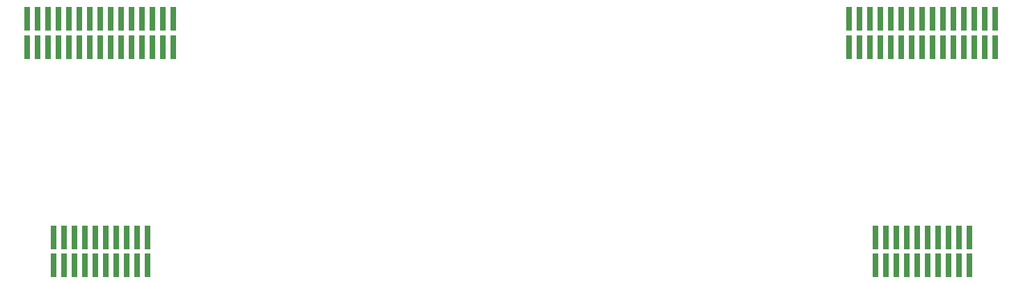
<source format=gtp>
%TF.GenerationSoftware,KiCad,Pcbnew,8.0.3-8.0.3-0~ubuntu24.04.1*%
%TF.CreationDate,2024-07-09T09:34:28+02:00*%
%TF.ProjectId,MainBoard,4d61696e-426f-4617-9264-2e6b69636164,rev?*%
%TF.SameCoordinates,Original*%
%TF.FileFunction,Paste,Top*%
%TF.FilePolarity,Positive*%
%FSLAX46Y46*%
G04 Gerber Fmt 4.6, Leading zero omitted, Abs format (unit mm)*
G04 Created by KiCad (PCBNEW 8.0.3-8.0.3-0~ubuntu24.04.1) date 2024-07-09 09:34:28*
%MOMM*%
%LPD*%
G01*
G04 APERTURE LIST*
%ADD10R,0.740000X2.920000*%
G04 APERTURE END LIST*
D10*
X46610000Y-93395000D03*
X46610000Y-96825000D03*
X45340000Y-93395000D03*
X45340000Y-96825000D03*
X44070000Y-93395000D03*
X44070000Y-96825000D03*
X42800000Y-93395000D03*
X42800000Y-96825000D03*
X41530000Y-93395000D03*
X41530000Y-96825000D03*
X40260000Y-93395000D03*
X40260000Y-96825000D03*
X38990000Y-93395000D03*
X38990000Y-96825000D03*
X37720000Y-93395000D03*
X37720000Y-96825000D03*
X36450000Y-93395000D03*
X36450000Y-96825000D03*
X35180000Y-93395000D03*
X35180000Y-96825000D03*
X146610000Y-93395000D03*
X146610000Y-96825000D03*
X145340000Y-93395000D03*
X145340000Y-96825000D03*
X144070000Y-93395000D03*
X144070000Y-96825000D03*
X142800000Y-93395000D03*
X142800000Y-96825000D03*
X141530000Y-93395000D03*
X141530000Y-96825000D03*
X140260000Y-93395000D03*
X140260000Y-96825000D03*
X138990000Y-93395000D03*
X138990000Y-96825000D03*
X137720000Y-93395000D03*
X137720000Y-96825000D03*
X136450000Y-93395000D03*
X136450000Y-96825000D03*
X135180000Y-93395000D03*
X135180000Y-96825000D03*
X149785000Y-66785000D03*
X149785000Y-70215000D03*
X148515000Y-66785000D03*
X148515000Y-70215000D03*
X147245000Y-66785000D03*
X147245000Y-70215000D03*
X145975000Y-66785000D03*
X145975000Y-70215000D03*
X144705000Y-66785000D03*
X144705000Y-70215000D03*
X143435000Y-66785000D03*
X143435000Y-70215000D03*
X142165000Y-66785000D03*
X142165000Y-70215000D03*
X140895000Y-66785000D03*
X140895000Y-70215000D03*
X139625000Y-66785000D03*
X139625000Y-70215000D03*
X138355000Y-66785000D03*
X138355000Y-70215000D03*
X137085000Y-66785000D03*
X137085000Y-70215000D03*
X135815000Y-66785000D03*
X135815000Y-70215000D03*
X134545000Y-66785000D03*
X134545000Y-70215000D03*
X133275000Y-66785000D03*
X133275000Y-70215000D03*
X132005000Y-66785000D03*
X132005000Y-70215000D03*
X49785000Y-66785000D03*
X49785000Y-70215000D03*
X48515000Y-66785000D03*
X48515000Y-70215000D03*
X47245000Y-66785000D03*
X47245000Y-70215000D03*
X45975000Y-66785000D03*
X45975000Y-70215000D03*
X44705000Y-66785000D03*
X44705000Y-70215000D03*
X43435000Y-66785000D03*
X43435000Y-70215000D03*
X42165000Y-66785000D03*
X42165000Y-70215000D03*
X40895000Y-66785000D03*
X40895000Y-70215000D03*
X39625000Y-66785000D03*
X39625000Y-70215000D03*
X38355000Y-66785000D03*
X38355000Y-70215000D03*
X37085000Y-66785000D03*
X37085000Y-70215000D03*
X35815000Y-66785000D03*
X35815000Y-70215000D03*
X34545000Y-66785000D03*
X34545000Y-70215000D03*
X33275000Y-66785000D03*
X33275000Y-70215000D03*
X32005000Y-66785000D03*
X32005000Y-70215000D03*
M02*

</source>
